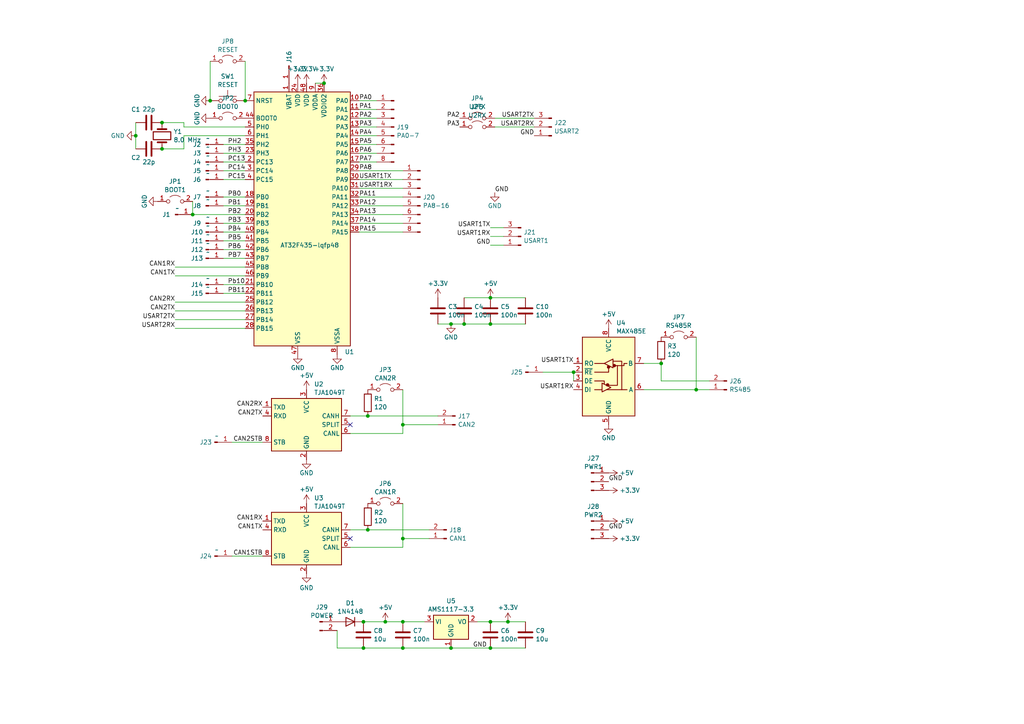
<source format=kicad_sch>
(kicad_sch (version 20230121) (generator eeschema)
  (paper "A4")
  (lib_symbols
    (symbol "Connector:Conn_01x01_Pin" (pin_names (offset 1.016) hide)
      (property "Reference" "J" (at 0 2.54 0))
      (property "Value" "Conn_01x01_Pin" (at 0 -2.54 0))
      (symbol "Conn_01x01_Pin_1_1"
        (polyline (pts (xy 1.27 0) (xy 0.8636 0)) (stroke (width 0.1524)))
        (rectangle (start 0.8636 0.127) (end 0 -0.127) (stroke (width 0.1524)) (fill (type outline)))
        (pin passive line (at 5.08 0 180) (length 3.81) (name "Pin_1") (number "1"))
      )
    )
    (symbol "Connector:Conn_01x02_Pin" (pin_names (offset 1.016) hide)
      (property "Reference" "J" (at 0 2.54 0))
      (property "Value" "Conn_01x02_Pin" (at 0 -5.08 0))
      (symbol "Conn_01x02_Pin_1_1"
        (polyline (pts (xy 1.27 -2.54) (xy 0.8636 -2.54)) (stroke (width 0.1524)))
        (polyline (pts (xy 1.27 0) (xy 0.8636 0)) (stroke (width 0.1524)))
        (rectangle (start 0.8636 -2.413) (end 0 -2.667) (stroke (width 0.1524)) (fill (type outline)))
        (rectangle (start 0.8636 0.127) (end 0 -0.127) (stroke (width 0.1524)) (fill (type outline)))
        (pin passive line (at 5.08 0 180) (length 3.81) (name "Pin_1") (number "1"))
        (pin passive line (at 5.08 -2.54 180) (length 3.81) (name "Pin_2") (number "2"))
      )
    )
    (symbol "Connector:Conn_01x03_Pin" (pin_names (offset 1.016) hide)
      (property "Reference" "J" (at 0 5.08 0))
      (property "Value" "Conn_01x03_Pin" (at 0 -5.08 0))
      (symbol "Conn_01x03_Pin_1_1"
        (polyline (pts (xy 1.27 -2.54) (xy 0.8636 -2.54)) (stroke (width 0.1524)))
        (polyline (pts (xy 1.27 0) (xy 0.8636 0)) (stroke (width 0.1524)))
        (polyline (pts (xy 1.27 2.54) (xy 0.8636 2.54)) (stroke (width 0.1524)))
        (rectangle (start 0.8636 -2.413) (end 0 -2.667) (stroke (width 0.1524)) (fill (type outline)))
        (rectangle (start 0.8636 0.127) (end 0 -0.127) (stroke (width 0.1524)) (fill (type outline)))
        (rectangle (start 0.8636 2.667) (end 0 2.413) (stroke (width 0.1524)) (fill (type outline)))
        (pin passive line (at 5.08 2.54 180) (length 3.81) (name "Pin_1") (number "1"))
        (pin passive line (at 5.08 0 180) (length 3.81) (name "Pin_2") (number "2"))
        (pin passive line (at 5.08 -2.54 180) (length 3.81) (name "Pin_3") (number "3"))
      )
    )
    (symbol "Connector:Conn_01x08_Pin" (pin_names (offset 1.016) hide)
      (property "Reference" "J" (at 0 10.16 0))
      (property "Value" "Conn_01x08_Pin" (at 0 -12.7 0))
      (symbol "Conn_01x08_Pin_1_1"
        (polyline (pts (xy 1.27 -10.16) (xy 0.8636 -10.16)) (stroke (width 0.1524)))
        (polyline (pts (xy 1.27 -7.62) (xy 0.8636 -7.62)) (stroke (width 0.1524)))
        (polyline (pts (xy 1.27 -5.08) (xy 0.8636 -5.08)) (stroke (width 0.1524)))
        (polyline (pts (xy 1.27 -2.54) (xy 0.8636 -2.54)) (stroke (width 0.1524)))
        (polyline (pts (xy 1.27 0) (xy 0.8636 0)) (stroke (width 0.1524)))
        (polyline (pts (xy 1.27 2.54) (xy 0.8636 2.54)) (stroke (width 0.1524)))
        (polyline (pts (xy 1.27 5.08) (xy 0.8636 5.08)) (stroke (width 0.1524)))
        (polyline (pts (xy 1.27 7.62) (xy 0.8636 7.62)) (stroke (width 0.1524)))
        (rectangle (start 0.8636 -10.033) (end 0 -10.287) (stroke (width 0.1524)) (fill (type outline)))
        (rectangle (start 0.8636 -7.493) (end 0 -7.747) (stroke (width 0.1524)) (fill (type outline)))
        (rectangle (start 0.8636 -4.953) (end 0 -5.207) (stroke (width 0.1524)) (fill (type outline)))
        (rectangle (start 0.8636 -2.413) (end 0 -2.667) (stroke (width 0.1524)) (fill (type outline)))
        (rectangle (start 0.8636 0.127) (end 0 -0.127) (stroke (width 0.1524)) (fill (type outline)))
        (rectangle (start 0.8636 2.667) (end 0 2.413) (stroke (width 0.1524)) (fill (type outline)))
        (rectangle (start 0.8636 5.207) (end 0 4.953) (stroke (width 0.1524)) (fill (type outline)))
        (rectangle (start 0.8636 7.747) (end 0 7.493) (stroke (width 0.1524)) (fill (type outline)))
        (pin passive line (at 5.08 7.62 180) (length 3.81) (name "Pin_1") (number "1"))
        (pin passive line (at 5.08 5.08 180) (length 3.81) (name "Pin_2") (number "2"))
        (pin passive line (at 5.08 2.54 180) (length 3.81) (name "Pin_3") (number "3"))
        (pin passive line (at 5.08 0 180) (length 3.81) (name "Pin_4") (number "4"))
        (pin passive line (at 5.08 -2.54 180) (length 3.81) (name "Pin_5") (number "5"))
        (pin passive line (at 5.08 -5.08 180) (length 3.81) (name "Pin_6") (number "6"))
        (pin passive line (at 5.08 -7.62 180) (length 3.81) (name "Pin_7") (number "7"))
        (pin passive line (at 5.08 -10.16 180) (length 3.81) (name "Pin_8") (number "8"))
      )
    )
    (symbol "Device:C" (pin_numbers hide) (pin_names (offset 0.254))
      (property "Reference" "C" (at 0.635 2.54 0))
      (property "Value" "C" (at 0.635 -2.54 0))
      (symbol "C_0_1"
        (polyline (pts (xy -2.032 -0.762) (xy 2.032 -0.762)) (stroke (width 0.508)))
        (polyline (pts (xy -2.032 0.762) (xy 2.032 0.762)) (stroke (width 0.508)))
      )
      (symbol "C_1_1"
        (pin passive line (at 0 3.81 270) (length 2.794) (name "~") (number "1"))
        (pin passive line (at 0 -3.81 90) (length 2.794) (name "~") (number "2"))
      )
    )
    (symbol "Device:Crystal" (pin_numbers hide) (pin_names (offset 1.016) hide)
      (property "Reference" "Y" (at 0 3.81 0))
      (property "Value" "Crystal" (at 0 -3.81 0))
      (symbol "Crystal_0_1"
        (rectangle (start -1.143 2.54) (end 1.143 -2.54) (stroke (width 0.3048)))
        (polyline (pts (xy -2.54 0) (xy -1.905 0)))
        (polyline (pts (xy -1.905 -1.27) (xy -1.905 1.27)) (stroke (width 0.508)))
        (polyline (pts (xy 1.905 -1.27) (xy 1.905 1.27)) (stroke (width 0.508)))
        (polyline (pts (xy 2.54 0) (xy 1.905 0)))
      )
      (symbol "Crystal_1_1"
        (pin passive line (at -3.81 0 0) (length 1.27) (name "1") (number "1"))
        (pin passive line (at 3.81 0 180) (length 1.27) (name "2") (number "2"))
      )
    )
    (symbol "Device:R" (pin_numbers hide) (pin_names (offset 0))
      (property "Reference" "R" (at 2.032 0 90))
      (property "Value" "R" (at 0 0 90))
      (symbol "R_0_1"
        (rectangle (start -1.016 -2.54) (end 1.016 2.54) (stroke (width 0.254)))
      )
      (symbol "R_1_1"
        (pin passive line (at 0 3.81 270) (length 1.27) (name "~") (number "1"))
        (pin passive line (at 0 -3.81 90) (length 1.27) (name "~") (number "2"))
      )
    )
    (symbol "Diode:1N4148" (pin_numbers hide) (pin_names hide)
      (property "Reference" "D" (at 0 2.54 0))
      (property "Value" "1N4148" (at 0 -2.54 0))
      (symbol "1N4148_0_1"
        (polyline (pts (xy -1.27 1.27) (xy -1.27 -1.27)) (stroke (width 0.254)))
        (polyline (pts (xy 1.27 0) (xy -1.27 0)))
        (polyline (pts (xy 1.27 1.27) (xy 1.27 -1.27) (xy -1.27 0) (xy 1.27 1.27)) (stroke (width 0.254)))
      )
      (symbol "1N4148_1_1"
        (pin passive line (at -3.81 0 0) (length 2.54) (name "K") (number "1"))
        (pin passive line (at 3.81 0 180) (length 2.54) (name "A") (number "2"))
      )
    )
    (symbol "Interface_CAN_LIN:TJA1049T"
      (property "Reference" "U" (at -10.16 8.89 0))
      (property "Value" "TJA1049T" (at 1.27 8.89 0))
      (symbol "TJA1049T_0_1"
        (rectangle (start -10.16 7.62) (end 10.16 -7.62) (stroke (width 0.254)) (fill (type background)))
      )
      (symbol "TJA1049T_1_1"
        (pin input line (at -12.7 5.08 0) (length 2.54) (name "TXD") (number "1"))
        (pin power_in line (at 0 -10.16 90) (length 2.54) (name "GND") (number "2"))
        (pin power_in line (at 0 10.16 270) (length 2.54) (name "VCC") (number "3"))
        (pin output line (at -12.7 2.54 0) (length 2.54) (name "RXD") (number "4"))
        (pin power_out line (at 12.7 0 180) (length 2.54) (name "SPLIT") (number "5"))
        (pin bidirectional line (at 12.7 -2.54 180) (length 2.54) (name "CANL") (number "6"))
        (pin bidirectional line (at 12.7 2.54 180) (length 2.54) (name "CANH") (number "7"))
        (pin input line (at -12.7 -5.08 0) (length 2.54) (name "STB") (number "8"))
      )
    )
    (symbol "Interface_UART:MAX485E"
      (property "Reference" "U" (at -6.096 11.43 0))
      (property "Value" "MAX485E" (at 0.762 11.43 0))
      (symbol "MAX485E_0_1"
        (rectangle (start -7.62 10.16) (end 7.62 -12.7) (stroke (width 0.254)) (fill (type background)))
        (circle (center -0.3048 -3.683) (radius 0.3556) (stroke (width 0.254)) (fill (type outline)))
        (circle (center -0.0254 1.4986) (radius 0.3556) (stroke (width 0.254)) (fill (type outline)))
        (polyline (pts (xy -4.064 -5.08) (xy -1.905 -5.08)) (stroke (width 0.254)))
        (polyline (pts (xy -4.064 2.54) (xy -1.27 2.54)) (stroke (width 0.254)))
        (polyline (pts (xy -1.27 -3.2004) (xy -1.27 -3.4544)) (stroke (width 0.254)))
        (polyline (pts (xy -0.635 -5.08) (xy 5.334 -5.08)) (stroke (width 0.254)))
        (polyline (pts (xy -4.064 -2.54) (xy -1.27 -2.54) (xy -1.27 -3.175)) (stroke (width 0.254)))
        (polyline (pts (xy 0 1.27) (xy 0 0) (xy -4.064 0)) (stroke (width 0.254)))
        (polyline (pts (xy 1.27 3.175) (xy 3.81 3.175) (xy 3.81 -5.08)) (stroke (width 0.254)))
        (polyline (pts (xy 2.54 1.905) (xy 2.54 -3.81) (xy 0 -3.81)) (stroke (width 0.254)))
        (polyline (pts (xy -1.905 -3.175) (xy -1.905 -5.715) (xy 0.635 -4.445) (xy -1.905 -3.175)) (stroke (width 0.254)))
        (polyline (pts (xy -1.27 2.54) (xy 1.27 3.81) (xy 1.27 1.27) (xy -1.27 2.54)) (stroke (width 0.254)))
        (polyline (pts (xy 1.905 1.905) (xy 4.445 1.905) (xy 4.445 2.54) (xy 5.334 2.54)) (stroke (width 0.254)))
        (rectangle (start 1.27 3.175) (end 1.27 3.175))
        (circle (center 1.651 1.905) (radius 0.3556) (stroke (width 0.254)) (fill (type outline)))
      )
      (symbol "MAX485E_1_1"
        (pin output line (at -10.16 2.54 0) (length 2.54) (name "RO") (number "1"))
        (pin input line (at -10.16 0 0) (length 2.54) (name "~{RE}") (number "2"))
        (pin input line (at -10.16 -2.54 0) (length 2.54) (name "DE") (number "3"))
        (pin input line (at -10.16 -5.08 0) (length 2.54) (name "DI") (number "4"))
        (pin power_in line (at 0 -15.24 90) (length 2.54) (name "GND") (number "5"))
        (pin bidirectional line (at 10.16 -5.08 180) (length 2.54) (name "A") (number "6"))
        (pin bidirectional line (at 10.16 2.54 180) (length 2.54) (name "B") (number "7"))
        (pin power_in line (at 0 12.7 270) (length 2.54) (name "VCC") (number "8"))
      )
    )
    (symbol "Jumper:Jumper_2_Open" (pin_names (offset 0) hide)
      (property "Reference" "JP" (at 0 2.794 0))
      (property "Value" "Jumper_2_Open" (at 0 -2.286 0))
      (symbol "Jumper_2_Open_0_0"
        (circle (center -2.032 0) (radius 0.508))
        (circle (center 2.032 0) (radius 0.508))
      )
      (symbol "Jumper_2_Open_0_1"
        (arc (start 1.524 1.27) (mid 0 1.778) (end -1.524 1.27))
      )
      (symbol "Jumper_2_Open_1_1"
        (pin passive line (at -5.08 0 0) (length 2.54) (name "A") (number "1"))
        (pin passive line (at 5.08 0 180) (length 2.54) (name "B") (number "2"))
      )
    )
    (symbol "Regulator_Linear:AMS1117-3.3"
      (property "Reference" "U" (at -3.81 3.175 0))
      (property "Value" "AMS1117-3.3" (at 0 3.175 0))
      (symbol "AMS1117-3.3_0_1"
        (rectangle (start -5.08 -5.08) (end 5.08 1.905) (stroke (width 0.254)) (fill (type background)))
      )
      (symbol "AMS1117-3.3_1_1"
        (pin power_in line (at 0 -7.62 90) (length 2.54) (name "GND") (number "1"))
        (pin power_out line (at 7.62 0 180) (length 2.54) (name "VO") (number "2"))
        (pin power_in line (at -7.62 0 0) (length 2.54) (name "VI") (number "3"))
      )
    )
    (symbol "Switch:SW_Push" (pin_numbers hide) (pin_names (offset 1.016) hide)
      (property "Reference" "SW" (at 1.27 2.54 0))
      (property "Value" "SW_Push" (at 0 -1.524 0))
      (symbol "SW_Push_0_1"
        (circle (center -2.032 0) (radius 0.508))
        (polyline (pts (xy 0 1.27) (xy 0 3.048)))
        (polyline (pts (xy 2.54 1.27) (xy -2.54 1.27)))
        (circle (center 2.032 0) (radius 0.508))
        (pin passive line (at -5.08 0 0) (length 2.54) (name "1") (number "1"))
        (pin passive line (at 5.08 0 180) (length 2.54) (name "2") (number "2"))
      )
    )
    (symbol "artery:AT32F435Cx-lqfp48"
      (property "Reference" "U1" (at 4.7341 -37.2801 0))
      (property "Value" "STM32F072C8Tx" (at 4.7341 -39.7043 0))
      (symbol "AT32F435Cx-lqfp48_0_1"
        (rectangle (start -12.7 38.1) (end 15.24 -35.56) (stroke (width 0.254)) (fill (type background)))
      )
      (symbol "AT32F435Cx-lqfp48_1_1"
        (pin power_in line (at -2.54 40.64 270) (length 2.54) (name "VBAT") (number "1"))
        (pin bidirectional line (at 17.78 35.56 180) (length 2.54) (name "PA0") (number "10"))
        (pin bidirectional line (at 17.78 33.02 180) (length 2.54) (name "PA1") (number "11"))
        (pin bidirectional line (at 17.78 30.48 180) (length 2.54) (name "PA2") (number "12"))
        (pin bidirectional line (at 17.78 27.94 180) (length 2.54) (name "PA3") (number "13"))
        (pin bidirectional line (at 17.78 25.4 180) (length 2.54) (name "PA4") (number "14"))
        (pin bidirectional line (at 17.78 22.86 180) (length 2.54) (name "PA5") (number "15"))
        (pin bidirectional line (at 17.78 20.32 180) (length 2.54) (name "PA6") (number "16"))
        (pin bidirectional line (at 17.78 17.78 180) (length 2.54) (name "PA7") (number "17"))
        (pin bidirectional line (at -15.24 7.62 0) (length 2.54) (name "PB0") (number "18"))
        (pin bidirectional line (at -15.24 5.08 0) (length 2.54) (name "PB1") (number "19"))
        (pin bidirectional line (at -15.24 17.78 0) (length 2.54) (name "PC13") (number "2"))
        (pin bidirectional line (at -15.24 2.54 0) (length 2.54) (name "PB2") (number "20"))
        (pin bidirectional line (at -15.24 -17.78 0) (length 2.54) (name "PB10") (number "21"))
        (pin bidirectional line (at -15.24 -20.32 0) (length 2.54) (name "PB11") (number "22"))
        (pin bidirectional line (at -15.24 20.32 0) (length 2.54) (name "PH3") (number "23"))
        (pin power_in line (at 0 40.64 270) (length 2.54) (name "VDD") (number "24"))
        (pin bidirectional line (at -15.24 -22.86 0) (length 2.54) (name "PB12") (number "25"))
        (pin bidirectional line (at -15.24 -25.4 0) (length 2.54) (name "PB13") (number "26"))
        (pin bidirectional line (at -15.24 -27.94 0) (length 2.54) (name "PB14") (number "27"))
        (pin bidirectional line (at -15.24 -30.48 0) (length 2.54) (name "PB15") (number "28"))
        (pin bidirectional line (at 17.78 15.24 180) (length 2.54) (name "PA8") (number "29"))
        (pin bidirectional line (at -15.24 15.24 0) (length 2.54) (name "PC14") (number "3"))
        (pin bidirectional line (at 17.78 12.7 180) (length 2.54) (name "PA9") (number "30"))
        (pin bidirectional line (at 17.78 10.16 180) (length 2.54) (name "PA10") (number "31"))
        (pin bidirectional line (at 17.78 7.62 180) (length 2.54) (name "PA11") (number "32"))
        (pin bidirectional line (at 17.78 5.08 180) (length 2.54) (name "PA12") (number "33"))
        (pin bidirectional line (at 17.78 2.54 180) (length 2.54) (name "PA13") (number "34"))
        (pin bidirectional line (at -15.24 22.86 0) (length 2.54) (name "PH2") (number "35"))
        (pin power_in line (at 7.62 40.64 270) (length 2.54) (name "VDDIO2") (number "36"))
        (pin bidirectional line (at 17.78 0 180) (length 2.54) (name "PA14") (number "37"))
        (pin bidirectional line (at 17.78 -2.54 180) (length 2.54) (name "PA15") (number "38"))
        (pin bidirectional line (at -15.24 0 0) (length 2.54) (name "PB3") (number "39"))
        (pin bidirectional line (at -15.24 12.7 0) (length 2.54) (name "PC15") (number "4"))
        (pin bidirectional line (at -15.24 -2.54 0) (length 2.54) (name "PB4") (number "40"))
        (pin bidirectional line (at -15.24 -5.08 0) (length 2.54) (name "PB5") (number "41"))
        (pin bidirectional line (at -15.24 -7.62 0) (length 2.54) (name "PB6") (number "42"))
        (pin bidirectional line (at -15.24 -10.16 0) (length 2.54) (name "PB7") (number "43"))
        (pin input line (at -15.24 30.48 0) (length 2.54) (name "BOOT0") (number "44"))
        (pin bidirectional line (at -15.24 -12.7 0) (length 2.54) (name "PB8") (number "45"))
        (pin bidirectional line (at -15.24 -15.24 0) (length 2.54) (name "PB9") (number "46"))
        (pin passive line (at 0 -38.1 90) (length 2.54) (name "VSS") (number "47"))
        (pin power_in line (at 2.54 40.64 270) (length 2.54) (name "VDD") (number "48"))
        (pin bidirectional line (at -15.24 27.94 0) (length 2.54) (name "PH0") (number "5"))
        (pin bidirectional line (at -15.24 25.4 0) (length 2.54) (name "PH1") (number "6"))
        (pin input line (at -15.24 35.56 0) (length 2.54) (name "NRST") (number "7"))
        (pin power_in line (at 11.43 -38.1 90) (length 2.54) (name "VSSA") (number "8"))
        (pin power_in line (at 5.08 40.64 270) (length 2.54) (name "VDDA") (number "9"))
      )
    )
    (symbol "power:+3.3V" (power) (pin_names (offset 0))
      (property "Value" "+3.3V" (at 0 3.556 0))
      (symbol "+3.3V_0_1"
        (polyline (pts (xy -0.762 1.27) (xy 0 2.54)))
        (polyline (pts (xy 0 0) (xy 0 2.54)))
        (polyline (pts (xy 0 2.54) (xy 0.762 1.27)))
      )
      (symbol "+3.3V_1_1"
        (pin power_in line (at 0 0 90) (length 0) hide (name "+3.3V") (number "1"))
      )
    )
    (symbol "power:+5V" (power) (pin_names (offset 0))
      (property "Value" "+5V" (at 0 3.556 0))
      (symbol "+5V_0_1"
        (polyline (pts (xy -0.762 1.27) (xy 0 2.54)))
        (polyline (pts (xy 0 0) (xy 0 2.54)))
        (polyline (pts (xy 0 2.54) (xy 0.762 1.27)))
      )
      (symbol "+5V_1_1"
        (pin power_in line (at 0 0 90) (length 0) hide (name "+5V") (number "1"))
      )
    )
    (symbol "power:GND" (power) (pin_names (offset 0))
      (property "Value" "GND" (at 0 -3.81 0))
      (symbol "GND_0_1"
        (polyline (pts (xy 0 0) (xy 0 -1.27) (xy 1.27 -1.27) (xy 0 -2.54) (xy -1.27 -1.27) (xy 0 -1.27)))
      )
      (symbol "GND_1_1"
        (pin power_in line (at 0 0 270) (length 0) hide (name "GND") (number "1"))
      )
    )
  )
  (junction (at 39.37 39.37))
  (junction (at 116.84 156.21))
  (junction (at 191.77 105.41))
  (junction (at 147.32 180.34))
  (junction (at 55.88 62.23))
  (junction (at 46.99 43.18))
  (junction (at 116.84 187.96))
  (junction (at 116.84 180.34))
  (junction (at 105.41 180.34))
  (junction (at 46.99 35.56))
  (junction (at 130.81 93.98))
  (junction (at 166.37 107.95))
  (junction (at 142.24 187.96))
  (junction (at 106.68 120.65))
  (junction (at 106.68 153.67))
  (junction (at 134.62 93.98))
  (junction (at 60.96 29.21))
  (junction (at 201.93 113.03))
  (junction (at 93.98 24.13))
  (junction (at 142.24 86.36))
  (junction (at 71.12 29.21))
  (junction (at 105.41 187.96))
  (junction (at 116.84 123.19))
  (junction (at 142.24 180.34))
  (junction (at 130.81 187.96))
  (junction (at 111.76 180.34))
  (junction (at 142.24 93.98))
  (no_connect (at 101.6 156.21))
  (no_connect (at 101.6 123.19))
  (wire (pts (xy 71.12 17.78) (xy 71.12 29.21)))
  (wire (pts (xy 64.77 49.53) (xy 71.12 49.53)))
  (wire (pts (xy 50.8 95.25) (xy 71.12 95.25)))
  (wire (pts (xy 157.48 107.95) (xy 166.37 107.95)))
  (wire (pts (xy 50.8 90.17) (xy 71.12 90.17)))
  (wire (pts (xy 186.69 113.03) (xy 201.93 113.03)))
  (wire (pts (xy 46.99 43.18) (xy 53.34 43.18)))
  (wire (pts (xy 166.37 107.95) (xy 166.37 110.49)))
  (wire (pts (xy 101.6 120.65) (xy 106.68 120.65)))
  (wire (pts (xy 64.77 69.85) (xy 71.12 69.85)))
  (wire (pts (xy 142.24 68.58) (xy 146.05 68.58)))
  (wire (pts (xy 116.84 123.19) (xy 127 123.19)))
  (wire (pts (xy 116.84 187.96) (xy 130.81 187.96)))
  (wire (pts (xy 142.24 66.04) (xy 146.05 66.04)))
  (wire (pts (xy 97.79 187.96) (xy 105.41 187.96)))
  (wire (pts (xy 105.41 187.96) (xy 116.84 187.96)))
  (wire (pts (xy 64.77 85.09) (xy 71.12 85.09)))
  (wire (pts (xy 50.8 92.71) (xy 71.12 92.71)))
  (wire (pts (xy 64.77 74.93) (xy 71.12 74.93)))
  (wire (pts (xy 50.8 80.01) (xy 71.12 80.01)))
  (wire (pts (xy 191.77 105.41) (xy 191.77 110.49)))
  (wire (pts (xy 104.14 46.99) (xy 109.22 46.99)))
  (wire (pts (xy 104.14 62.23) (xy 116.84 62.23)))
  (wire (pts (xy 201.93 97.79) (xy 201.93 113.03)))
  (wire (pts (xy 142.24 86.36) (xy 152.4 86.36)))
  (wire (pts (xy 101.6 153.67) (xy 106.68 153.67)))
  (wire (pts (xy 104.14 57.15) (xy 116.84 57.15)))
  (wire (pts (xy 116.84 123.19) (xy 116.84 125.73)))
  (wire (pts (xy 55.88 62.23) (xy 71.12 62.23)))
  (wire (pts (xy 143.51 36.83) (xy 154.94 36.83)))
  (wire (pts (xy 53.34 36.83) (xy 53.34 35.56)))
  (wire (pts (xy 104.14 29.21) (xy 109.22 29.21)))
  (wire (pts (xy 64.77 44.45) (xy 71.12 44.45)))
  (wire (pts (xy 50.8 87.63) (xy 71.12 87.63)))
  (wire (pts (xy 142.24 180.34) (xy 147.32 180.34)))
  (wire (pts (xy 67.31 161.29) (xy 76.2 161.29)))
  (wire (pts (xy 134.62 86.36) (xy 142.24 86.36)))
  (wire (pts (xy 116.84 158.75) (xy 101.6 158.75)))
  (wire (pts (xy 106.68 120.65) (xy 127 120.65)))
  (wire (pts (xy 106.68 153.67) (xy 124.46 153.67)))
  (wire (pts (xy 111.76 180.34) (xy 116.84 180.34)))
  (wire (pts (xy 53.34 39.37) (xy 71.12 39.37)))
  (wire (pts (xy 142.24 71.12) (xy 146.05 71.12)))
  (wire (pts (xy 104.14 52.07) (xy 116.84 52.07)))
  (wire (pts (xy 104.14 36.83) (xy 109.22 36.83)))
  (wire (pts (xy 104.14 31.75) (xy 109.22 31.75)))
  (wire (pts (xy 64.77 46.99) (xy 71.12 46.99)))
  (wire (pts (xy 53.34 39.37) (xy 53.34 43.18)))
  (wire (pts (xy 130.81 93.98) (xy 134.62 93.98)))
  (wire (pts (xy 104.14 41.91) (xy 109.22 41.91)))
  (wire (pts (xy 67.31 128.27) (xy 76.2 128.27)))
  (wire (pts (xy 105.41 180.34) (xy 111.76 180.34)))
  (wire (pts (xy 104.14 44.45) (xy 109.22 44.45)))
  (wire (pts (xy 130.81 187.96) (xy 142.24 187.96)))
  (wire (pts (xy 91.44 24.13) (xy 93.98 24.13)))
  (wire (pts (xy 147.32 180.34) (xy 152.4 180.34)))
  (wire (pts (xy 116.84 146.05) (xy 116.84 156.21)))
  (wire (pts (xy 64.77 52.07) (xy 71.12 52.07)))
  (wire (pts (xy 116.84 156.21) (xy 124.46 156.21)))
  (wire (pts (xy 50.8 77.47) (xy 71.12 77.47)))
  (wire (pts (xy 104.14 54.61) (xy 116.84 54.61)))
  (wire (pts (xy 142.24 93.98) (xy 152.4 93.98)))
  (wire (pts (xy 101.6 125.73) (xy 116.84 125.73)))
  (wire (pts (xy 46.99 35.56) (xy 53.34 35.56)))
  (wire (pts (xy 142.24 187.96) (xy 152.4 187.96)))
  (wire (pts (xy 186.69 105.41) (xy 191.77 105.41)))
  (wire (pts (xy 104.14 67.31) (xy 116.84 67.31)))
  (wire (pts (xy 64.77 64.77) (xy 71.12 64.77)))
  (wire (pts (xy 39.37 35.56) (xy 39.37 39.37)))
  (wire (pts (xy 143.51 34.29) (xy 154.94 34.29)))
  (wire (pts (xy 60.96 17.78) (xy 60.96 29.21)))
  (wire (pts (xy 97.79 182.88) (xy 97.79 187.96)))
  (wire (pts (xy 134.62 93.98) (xy 142.24 93.98)))
  (wire (pts (xy 116.84 113.03) (xy 116.84 123.19)))
  (wire (pts (xy 191.77 110.49) (xy 205.74 110.49)))
  (wire (pts (xy 71.12 36.83) (xy 53.34 36.83)))
  (wire (pts (xy 64.77 67.31) (xy 71.12 67.31)))
  (wire (pts (xy 104.14 59.69) (xy 116.84 59.69)))
  (wire (pts (xy 64.77 59.69) (xy 71.12 59.69)))
  (wire (pts (xy 104.14 39.37) (xy 109.22 39.37)))
  (wire (pts (xy 104.14 49.53) (xy 116.84 49.53)))
  (wire (pts (xy 127 93.98) (xy 130.81 93.98)))
  (wire (pts (xy 138.43 180.34) (xy 142.24 180.34)))
  (wire (pts (xy 64.77 57.15) (xy 71.12 57.15)))
  (wire (pts (xy 104.14 64.77) (xy 116.84 64.77)))
  (wire (pts (xy 104.14 34.29) (xy 109.22 34.29)))
  (wire (pts (xy 64.77 41.91) (xy 71.12 41.91)))
  (wire (pts (xy 201.93 113.03) (xy 205.74 113.03)))
  (wire (pts (xy 64.77 72.39) (xy 71.12 72.39)))
  (wire (pts (xy 55.88 58.42) (xy 55.88 62.23)))
  (wire (pts (xy 39.37 39.37) (xy 39.37 43.18)))
  (wire (pts (xy 116.84 156.21) (xy 116.84 158.75)))
  (wire (pts (xy 116.84 180.34) (xy 123.19 180.34)))
  (wire (pts (xy 64.77 82.55) (xy 71.12 82.55)))
  (label "PA6" (at 104.14 44.45 0))
  (label "USART2RX" (at 50.8 95.25 180))
  (label "PC15" (at 66.04 52.07 0))
  (label "PA7" (at 104.14 46.99 0))
  (label "USART2TX" (at 154.94 34.29 180))
  (label "CAN2TX" (at 50.8 90.17 180))
  (label "PB7" (at 66.04 74.93 0))
  (label "PB3" (at 66.04 64.77 0))
  (label "PA5" (at 104.14 41.91 0))
  (label "PA2" (at 104.14 34.29 0))
  (label "PB11" (at 66.04 85.09 0))
  (label "USART1TX" (at 166.37 105.41 180))
  (label "CAN2RX" (at 50.8 87.63 180))
  (label "PB6" (at 66.04 72.39 0))
  (label "PA12" (at 104.14 59.69 0))
  (label "CAN1TX" (at 76.2 153.67 180))
  (label "USART1RX" (at 142.24 68.58 180))
  (label "PA13" (at 104.14 62.23 0))
  (label "GND" (at 142.24 71.12 180))
  (label "PB2" (at 66.04 62.23 0))
  (label "GND" (at 143.51 55.88 0))
  (label "PA3" (at 104.14 36.83 0))
  (label "CAN2STB" (at 76.2 128.27 180))
  (label "PB4" (at 66.04 67.31 0))
  (label "PA14" (at 104.14 64.77 0))
  (label "USART2TX" (at 50.8 92.71 180))
  (label "PC13" (at 66.04 46.99 0))
  (label "GND" (at 176.53 153.67 0))
  (label "PA2" (at 133.35 34.29 180))
  (label "Pb10" (at 66.04 82.55 0))
  (label "CAN1STB" (at 76.2 161.29 180))
  (label "PH2" (at 66.04 41.91 0))
  (label "CAN1TX" (at 50.8 80.01 180))
  (label "GND" (at 137.16 187.96 0))
  (label "CAN1RX" (at 50.8 77.47 180))
  (label "USART1RX" (at 166.37 113.03 180))
  (label "USART1TX" (at 104.14 52.07 0))
  (label "USART1RX" (at 104.14 54.61 0))
  (label "CAN2TX" (at 76.2 120.65 180))
  (label "PA11" (at 104.14 57.15 0))
  (label "USART2RX" (at 154.94 36.83 180))
  (label "CAN2RX" (at 76.2 118.11 180))
  (label "CAN1RX" (at 76.2 151.13 180))
  (label "GND" (at 176.53 139.7 0))
  (label "PA0" (at 104.14 29.21 0))
  (label "PB1" (at 66.04 59.69 0))
  (label "GND" (at 154.94 39.37 180))
  (label "USART1TX" (at 142.24 66.04 180))
  (label "PH3" (at 66.04 44.45 0))
  (label "PA8" (at 104.14 49.53 0))
  (label "PA3" (at 133.35 36.83 180))
  (label "PC14" (at 66.04 49.53 0))
  (label "PA1" (at 104.14 31.75 0))
  (label "PB0" (at 66.04 57.15 0))
  (label "PA4" (at 104.14 39.37 0))
  (label "PA15" (at 104.14 67.31 0))
  (label "PB5" (at 66.04 69.85 0))
  (symbol (lib_id "power:GND") (at 39.37 39.37 270) (unit 1)
    (property "Reference" "#PWR01" (effects hide))
    (property "Value" "GND" (at 36.1951 39.37 90) (effects (justify right)))
  )
  (symbol (lib_id "Device:C") (at 43.18 43.18 90) (unit 1)
    (property "Reference" "C2" (at 39.37 45.72 90))
    (property "Value" "22p" (at 43.18 46.99 90))
    (property "Footprint" "Capacitor_SMD:C_0805_2012Metric" (effects hide))
  )
  (symbol (lib_id "Connector:Conn_01x08_Pin") (at 121.92 57.15 0) (mirror y) (unit 1)
    (property "Reference" "J20" (at 122.6312 57.2079 0) (effects (justify right)))
    (property "Value" "PA8-16" (at 122.6312 59.6321 0) (effects (justify right)))
    (property "Footprint" "Connector_PinHeader_2.54mm:PinHeader_1x08_P2.54mm_Vertical" (effects hide))
  )
  (symbol (lib_id "Connector:Conn_01x01_Pin") (at 59.69 69.85 0) (unit 1)
    (property "Reference" "J11" (at 57.15 69.85 0))
    (property "Value" "~" (at 60.325 68.0537 0))
    (property "Footprint" "Connector_PinHeader_2.54mm:PinHeader_1x01_P2.54mm_Vertical" (effects hide))
  )
  (symbol (lib_id "Connector:Conn_01x01_Pin") (at 59.69 59.69 0) (unit 1)
    (property "Reference" "J8" (at 57.15 59.69 0))
    (property "Value" "~" (at 60.325 57.8937 0))
    (property "Footprint" "Connector_PinHeader_2.54mm:PinHeader_1x01_P2.54mm_Vertical" (effects hide))
  )
  (symbol (lib_id "power:GND") (at 45.72 58.42 270) (unit 1)
    (property "Reference" "#PWR02" (effects hide))
    (property "Value" "GND" (at 41.91 58.42 0))
  )
  (symbol (lib_id "Jumper:Jumper_2_Open") (at 66.04 17.78 0) (unit 1)
    (property "Reference" "JP8" (at 66.04 11.9847 0))
    (property "Value" "RESET" (at 66.04 14.4089 0))
    (property "Footprint" "Connector_PinHeader_2.54mm:PinHeader_1x02_P2.54mm_Vertical" (effects hide))
  )
  (symbol (lib_id "Connector:Conn_01x01_Pin") (at 50.8 62.23 0) (unit 1)
    (property "Reference" "J1" (at 48.26 62.23 0))
    (property "Value" "~" (at 51.435 60.4337 0))
    (property "Footprint" "Connector_PinHeader_2.54mm:PinHeader_1x01_P2.54mm_Vertical" (effects hide))
  )
  (symbol (lib_id "Jumper:Jumper_2_Open") (at 50.8 58.42 0) (unit 1)
    (property "Reference" "JP1" (at 50.8 52.6247 0))
    (property "Value" "BOOT1" (at 50.8 55.0489 0))
    (property "Footprint" "Connector_PinHeader_2.54mm:PinHeader_1x02_P2.54mm_Vertical" (effects hide))
  )
  (symbol (lib_id "Diode:1N4148") (at 101.6 180.34 180) (unit 1)
    (property "Reference" "D1" (at 101.6 174.9257 0))
    (property "Value" "1N4148" (at 101.6 177.3499 0))
    (property "Footprint" "Diode_THT:D_DO-35_SOD27_P3.81mm_Vertical_KathodeUp" (effects hide))
    (property "Datasheet" "https://assets.nexperia.com/documents/data-sheet/1N4148_1N4448.pdf" (effects hide))
    (property "Sim.Device" "D" (effects hide))
    (property "Sim.Pins" "1=K 2=A" (effects hide))
  )
  (symbol (lib_id "power:+3.3V") (at 127 86.36 0) (unit 1)
    (property "Reference" "#PWR015" (effects hide))
    (property "Value" "+3.3V" (at 127 82.2269 0))
  )
  (symbol (lib_id "Device:C") (at 116.84 184.15 0) (unit 1)
    (property "Reference" "C7" (at 119.761 182.9379 0) (effects (justify left)))
    (property "Value" "100n" (at 119.761 185.3621 0) (effects (justify left)))
    (property "Footprint" "Capacitor_SMD:C_0805_2012Metric" (effects hide))
  )
  (symbol (lib_id "Device:Crystal") (at 46.99 39.37 90) (unit 1)
    (property "Reference" "Y1" (at 50.3174 38.1579 90) (effects (justify right)))
    (property "Value" "8.0 MHz" (at 50.3174 40.5821 90) (effects (justify right)))
    (property "Footprint" "Crystal:Crystal_HC49-4H_Vertical" (effects hide))
  )
  (symbol (lib_id "power:GND") (at 88.9 166.37 0) (unit 1)
    (property "Reference" "#PWR011" (effects hide))
    (property "Value" "GND" (at 88.9 170.5031 0))
  )
  (symbol (lib_id "Connector:Conn_01x01_Pin") (at 59.69 57.15 0) (unit 1)
    (property "Reference" "J7" (at 57.15 57.15 0))
    (property "Value" "~" (at 60.325 55.3537 0))
    (property "Footprint" "Connector_PinHeader_2.54mm:PinHeader_1x01_P2.54mm_Vertical" (effects hide))
  )
  (symbol (lib_id "power:+5V") (at 88.9 146.05 0) (unit 1)
    (property "Reference" "#PWR010" (effects hide))
    (property "Value" "+5V" (at 88.9 141.9169 0))
  )
  (symbol (lib_id "Connector:Conn_01x01_Pin") (at 59.69 64.77 0) (unit 1)
    (property "Reference" "J9" (at 57.15 64.77 0))
    (property "Value" "~" (at 60.325 62.9737 0))
    (property "Footprint" "Connector_PinHeader_2.54mm:PinHeader_1x01_P2.54mm_Vertical" (effects hide))
  )
  (symbol (lib_id "Device:C") (at 152.4 184.15 0) (unit 1)
    (property "Reference" "C9" (at 155.321 182.9379 0) (effects (justify left)))
    (property "Value" "10u" (at 155.321 185.3621 0) (effects (justify left)))
    (property "Footprint" "Capacitor_SMD:C_0805_2012Metric" (effects hide))
  )
  (symbol (lib_id "Device:C") (at 134.62 90.17 0) (unit 1)
    (property "Reference" "C4" (at 137.541 88.9579 0) (effects (justify left)))
    (property "Value" "100n" (at 137.541 91.3821 0) (effects (justify left)))
    (property "Footprint" "Capacitor_SMD:C_0805_2012Metric" (effects hide))
  )
  (symbol (lib_id "Connector:Conn_01x01_Pin") (at 62.23 128.27 0) (unit 1)
    (property "Reference" "J23" (at 59.69 128.27 0))
    (property "Value" "~" (at 62.865 126.4737 0))
    (property "Footprint" "Connector_PinHeader_2.54mm:PinHeader_1x01_P2.54mm_Vertical" (effects hide))
  )
  (symbol (lib_id "power:+3.3V") (at 93.98 24.13 0) (unit 1)
    (property "Reference" "#PWR013" (effects hide))
    (property "Value" "+3.3V" (at 93.98 19.9969 0))
  )
  (symbol (lib_id "Device:C") (at 105.41 184.15 0) (unit 1)
    (property "Reference" "C8" (at 108.331 182.9379 0) (effects (justify left)))
    (property "Value" "10u" (at 108.331 185.3621 0) (effects (justify left)))
    (property "Footprint" "Capacitor_SMD:C_0805_2012Metric" (effects hide))
  )
  (symbol (lib_id "Device:R") (at 106.68 116.84 0) (unit 1)
    (property "Reference" "R1" (at 108.458 115.6279 0) (effects (justify left)))
    (property "Value" "120" (at 108.458 118.0521 0) (effects (justify left)))
    (property "Footprint" "Resistor_SMD:R_0805_2012Metric" (effects hide))
  )
  (symbol (lib_id "power:+3.3V") (at 86.36 24.13 0) (unit 1)
    (property "Reference" "#PWR05" (effects hide))
    (property "Value" "+3.3V" (at 86.36 19.9969 0))
  )
  (symbol (lib_id "power:GND") (at 60.96 29.21 270) (unit 1)
    (property "Reference" "#PWR03" (effects hide))
    (property "Value" "GND" (at 57.15 29.21 0))
  )
  (symbol (lib_id "Interface_UART:MAX485E") (at 176.53 107.95 0) (unit 1)
    (property "Reference" "U4" (at 178.7241 93.6457 0) (effects (justify left)))
    (property "Value" "MAX485E" (at 178.7241 96.0699 0) (effects (justify left)))
    (property "Footprint" "Package_SO:SOIC-8_3.9x4.9mm_P1.27mm" (effects hide))
    (property "Datasheet" "https://datasheets.maximintegrated.com/en/ds/MAX1487E-MAX491E.pdf" (effects hide))
  )
  (symbol (lib_id "power:+5V") (at 111.76 180.34 0) (unit 1)
    (property "Reference" "#PWR024" (effects hide))
    (property "Value" "+5V" (at 111.76 176.2069 0))
  )
  (symbol (lib_id "Connector:Conn_01x01_Pin") (at 59.69 44.45 0) (unit 1)
    (property "Reference" "J3" (at 57.15 44.45 0))
    (property "Value" "~" (at 60.325 42.6537 0))
    (property "Footprint" "Connector_PinHeader_2.54mm:PinHeader_1x01_P2.54mm_Vertical" (effects hide))
  )
  (symbol (lib_id "Connector:Conn_01x01_Pin") (at 59.69 52.07 0) (unit 1)
    (property "Reference" "J6" (at 57.15 52.07 0))
    (property "Value" "~" (at 60.325 50.2737 0))
    (property "Footprint" "Connector_PinHeader_2.54mm:PinHeader_1x01_P2.54mm_Vertical" (effects hide))
  )
  (symbol (lib_id "power:+3.3V") (at 147.32 180.34 0) (unit 1)
    (property "Reference" "#PWR08" (effects hide))
    (property "Value" "+3.3V" (at 147.32 176.2069 0))
  )
  (symbol (lib_id "Jumper:Jumper_2_Open") (at 138.43 34.29 0) (unit 1)
    (property "Reference" "JP4" (at 138.43 28.4947 0))
    (property "Value" "U2TX" (at 138.43 30.9189 0))
    (property "Footprint" "Connector_PinHeader_2.54mm:PinHeader_1x02_P2.54mm_Vertical" (effects hide))
  )
  (symbol (lib_id "Connector:Conn_01x01_Pin") (at 59.69 49.53 0) (unit 1)
    (property "Reference" "J5" (at 57.15 49.53 0))
    (property "Value" "~" (at 60.325 47.7337 0))
    (property "Footprint" "Connector_PinHeader_2.54mm:PinHeader_1x01_P2.54mm_Vertical" (effects hide))
  )
  (symbol (lib_id "power:+5V") (at 88.9 113.03 0) (unit 1)
    (property "Reference" "#PWR023" (effects hide))
    (property "Value" "+5V" (at 88.9 108.8969 0))
  )
  (symbol (lib_id "power:+5V") (at 142.24 86.36 0) (unit 1)
    (property "Reference" "#PWR017" (effects hide))
    (property "Value" "+5V" (at 142.24 82.2269 0))
  )
  (symbol (lib_id "artery:AT32F435Cx-lqfp48") (at 86.36 64.77 0) (unit 1)
    (property "Reference" "U1" (at 99.9841 102.0501 0) (effects (justify left)))
    (property "Value" "AT32F435-lqfp48" (at 81.28 71.12 0) (effects (justify left)))
    (property "Footprint" "Package_QFP:LQFP-48_7x7mm_P0.5mm" (effects hide))
    (property "Datasheet" "https://www.promelec.ru/fs/sources/c1/98/c9/b6/ab6b645c0764d4111a166818.pdf" (effects hide))
    (property "Sim.Enable" "0" (effects hide))
  )
  (symbol (lib_id "power:+3.3V") (at 88.9 24.13 0) (unit 1)
    (property "Reference" "#PWR07" (effects hide))
    (property "Value" "+3.3V" (at 88.9 19.9969 0))
  )
  (symbol (lib_id "Device:C") (at 152.4 90.17 0) (unit 1)
    (property "Reference" "C10" (at 155.321 88.9579 0) (effects (justify left)))
    (property "Value" "100n" (at 155.321 91.3821 0) (effects (justify left)))
    (property "Footprint" "Capacitor_SMD:C_0805_2012Metric" (effects hide))
  )
  (symbol (lib_id "Connector:Conn_01x01_Pin") (at 83.82 19.05 270) (unit 1)
    (property "Reference" "J16" (at 83.82 16.51 0))
    (property "Value" "~" (at 85.6163 19.685 0))
    (property "Footprint" "Connector_PinHeader_2.54mm:PinHeader_1x01_P2.54mm_Vertical" (effects hide))
  )
  (symbol (lib_id "Connector:Conn_01x02_Pin") (at 210.82 113.03 180) (unit 1)
    (property "Reference" "J26" (at 211.5312 110.5479 0) (effects (justify right)))
    (property "Value" "RS485" (at 211.5312 112.9721 0) (effects (justify right)))
    (property "Footprint" "Connector_PinHeader_2.54mm:PinHeader_1x02_P2.54mm_Vertical" (effects hide))
  )
  (symbol (lib_id "Device:C") (at 142.24 90.17 0) (unit 1)
    (property "Reference" "C5" (at 145.161 88.9579 0) (effects (justify left)))
    (property "Value" "100n" (at 145.161 91.3821 0) (effects (justify left)))
    (property "Footprint" "Capacitor_SMD:C_0805_2012Metric" (effects hide))
  )
  (symbol (lib_id "Connector:Conn_01x02_Pin") (at 92.71 180.34 0) (unit 1)
    (property "Reference" "J29" (at 93.345 176.1195 0))
    (property "Value" "POWER" (at 93.345 178.5437 0))
    (property "Footprint" "Connector_PinHeader_2.54mm:PinHeader_1x02_P2.54mm_Vertical" (effects hide))
  )
  (symbol (lib_id "Interface_CAN_LIN:TJA1049T") (at 88.9 123.19 0) (unit 1)
    (property "Reference" "U2" (at 91.0941 111.4257 0) (effects (justify left)))
    (property "Value" "TJA1049T" (at 91.0941 113.8499 0) (effects (justify left)))
    (property "Footprint" "Package_SO:SOIC-8_3.9x4.9mm_P1.27mm" (effects hide))
    (property "Datasheet" "http://www.nxp.com/docs/en/data-sheet/TJA1049.pdf" (effects hide))
  )
  (symbol (lib_id "Device:R") (at 106.68 149.86 0) (unit 1)
    (property "Reference" "R2" (at 108.458 148.6479 0) (effects (justify left)))
    (property "Value" "120" (at 108.458 151.0721 0) (effects (justify left)))
    (property "Footprint" "Resistor_SMD:R_0805_2012Metric" (effects hide))
  )
  (symbol (lib_id "power:GND") (at 143.51 55.88 0) (unit 1)
    (property "Reference" "#PWR018" (effects hide))
    (property "Value" "GND" (at 143.51 59.69 0))
  )
  (symbol (lib_id "Connector:Conn_01x01_Pin") (at 62.23 161.29 0) (unit 1)
    (property "Reference" "J24" (at 59.69 161.29 0))
    (property "Value" "~" (at 62.865 159.4937 0))
    (property "Footprint" "Connector_PinHeader_2.54mm:PinHeader_1x01_P2.54mm_Vertical" (effects hide))
  )
  (symbol (lib_id "power:GND") (at 60.96 34.29 270) (unit 1)
    (property "Reference" "#PWR04" (effects hide))
    (property "Value" "GND" (at 57.15 34.29 0))
  )
  (symbol (lib_id "Device:C") (at 142.24 184.15 0) (unit 1)
    (property "Reference" "C6" (at 145.161 182.9379 0) (effects (justify left)))
    (property "Value" "100n" (at 145.161 185.3621 0) (effects (justify left)))
    (property "Footprint" "Capacitor_SMD:C_0805_2012Metric" (effects hide))
  )
  (symbol (lib_id "Connector:Conn_01x01_Pin") (at 59.69 85.09 0) (unit 1)
    (property "Reference" "J15" (at 57.15 85.09 0))
    (property "Value" "~" (at 60.325 83.2937 0))
    (property "Footprint" "Connector_PinHeader_2.54mm:PinHeader_1x01_P2.54mm_Vertical" (effects hide))
  )
  (symbol (lib_id "Connector:Conn_01x01_Pin") (at 59.69 67.31 0) (unit 1)
    (property "Reference" "J10" (at 57.15 67.31 0))
    (property "Value" "~" (at 60.325 65.5137 0))
    (property "Footprint" "Connector_PinHeader_2.54mm:PinHeader_1x01_P2.54mm_Vertical" (effects hide))
  )
  (symbol (lib_id "power:+5V") (at 176.53 151.13 270) (unit 1)
    (property "Reference" "#PWR022" (effects hide))
    (property "Value" "+5V" (at 179.705 151.13 90) (effects (justify left)))
  )
  (symbol (lib_id "Jumper:Jumper_2_Open") (at 138.43 36.83 0) (unit 1)
    (property "Reference" "JP5" (at 138.43 31.0347 0))
    (property "Value" "U2RX" (at 138.43 33.4589 0))
    (property "Footprint" "Connector_PinHeader_2.54mm:PinHeader_1x02_P2.54mm_Vertical" (effects hide))
  )
  (symbol (lib_id "Connector:Conn_01x03_Pin") (at 160.02 36.83 180) (unit 1)
    (property "Reference" "J22" (at 160.7312 35.6179 0) (effects (justify right)))
    (property "Value" "USART2" (at 160.7312 38.0421 0) (effects (justify right)))
    (property "Footprint" "Connector_PinHeader_2.54mm:PinHeader_1x03_P2.54mm_Vertical" (effects hide))
  )
  (symbol (lib_id "power:+3.3V") (at 176.53 156.21 270) (unit 1)
    (property "Reference" "#PWR020" (effects hide))
    (property "Value" "+3.3V" (at 179.705 156.21 90) (effects (justify left)))
  )
  (symbol (lib_id "Connector:Conn_01x08_Pin") (at 114.3 36.83 0) (mirror y) (unit 1)
    (property "Reference" "J19" (at 115.0112 36.8879 0) (effects (justify right)))
    (property "Value" "PA0-7" (at 115.0112 39.3121 0) (effects (justify right)))
    (property "Footprint" "Connector_PinHeader_2.54mm:PinHeader_1x08_P2.54mm_Vertical" (effects hide))
  )
  (symbol (lib_id "power:GND") (at 176.53 123.19 0) (unit 1)
    (property "Reference" "#PWR026" (effects hide))
    (property "Value" "GND" (at 176.53 127 0))
  )
  (symbol (lib_id "Connector:Conn_01x03_Pin") (at 171.45 153.67 0) (unit 1)
    (property "Reference" "J28" (at 172.085 146.9095 0))
    (property "Value" "PWR2" (at 172.085 149.3337 0))
    (property "Footprint" "Connector_PinHeader_2.54mm:PinHeader_1x03_P2.54mm_Vertical" (effects hide))
  )
  (symbol (lib_id "Connector:Conn_01x01_Pin") (at 59.69 82.55 0) (unit 1)
    (property "Reference" "J14" (at 57.15 82.55 0))
    (property "Value" "~" (at 60.325 80.7537 0))
    (property "Footprint" "Connector_PinHeader_2.54mm:PinHeader_1x01_P2.54mm_Vertical" (effects hide))
  )
  (symbol (lib_id "Switch:SW_Push") (at 66.04 29.21 0) (unit 1)
    (property "Reference" "SW1" (at 66.04 22.1447 0))
    (property "Value" "RESET" (at 66.04 24.5689 0))
    (property "Footprint" "Button_Switch_SMD:SW_Push_SPST_NO_Alps_SKRK" (effects hide))
  )
  (symbol (lib_id "Device:C") (at 127 90.17 0) (unit 1)
    (property "Reference" "C3" (at 129.921 88.9579 0) (effects (justify left)))
    (property "Value" "100n" (at 129.921 91.3821 0) (effects (justify left)))
    (property "Footprint" "Capacitor_SMD:C_0805_2012Metric" (effects hide))
  )
  (symbol (lib_id "Connector:Conn_01x02_Pin") (at 129.54 156.21 180) (unit 1)
    (property "Reference" "J18" (at 130.2512 153.7279 0) (effects (justify right)))
    (property "Value" "CAN1" (at 130.2512 156.1521 0) (effects (justify right)))
    (property "Footprint" "Connector_PinHeader_2.54mm:PinHeader_1x02_P2.54mm_Vertical" (effects hide))
  )
  (symbol (lib_id "power:+3.3V") (at 176.53 142.24 270) (unit 1)
    (property "Reference" "#PWR019" (effects hide))
    (property "Value" "+3.3V" (at 179.705 142.24 90) (effects (justify left)))
  )
  (symbol (lib_id "power:GND") (at 130.81 93.98 0) (unit 1)
    (property "Reference" "#PWR016" (effects hide))
    (property "Value" "GND" (at 130.81 97.79 0))
  )
  (symbol (lib_id "power:GND") (at 86.36 102.87 0) (unit 1)
    (property "Reference" "#PWR06" (effects hide))
    (property "Value" "GND" (at 86.36 106.68 0))
  )
  (symbol (lib_id "Connector:Conn_01x01_Pin") (at 59.69 72.39 0) (unit 1)
    (property "Reference" "J12" (at 57.15 72.39 0))
    (property "Value" "~" (at 60.325 70.5937 0))
    (property "Footprint" "Connector_PinHeader_2.54mm:PinHeader_1x01_P2.54mm_Vertical" (effects hide))
  )
  (symbol (lib_id "Connector:Conn_01x03_Pin") (at 151.13 68.58 180) (unit 1)
    (property "Reference" "J21" (at 151.8412 67.3679 0) (effects (justify right)))
    (property "Value" "USART1" (at 151.8412 69.7921 0) (effects (justify right)))
    (property "Footprint" "Connector_PinHeader_2.54mm:PinHeader_1x03_P2.54mm_Vertical" (effects hide))
  )
  (symbol (lib_id "power:+5V") (at 176.53 137.16 270) (unit 1)
    (property "Reference" "#PWR021" (effects hide))
    (property "Value" "+5V" (at 179.705 137.16 90) (effects (justify left)))
  )
  (symbol (lib_id "power:+5V") (at 176.53 95.25 0) (unit 1)
    (property "Reference" "#PWR025" (effects hide))
    (property "Value" "+5V" (at 176.53 91.1169 0))
  )
  (symbol (lib_id "power:GND") (at 88.9 133.35 0) (unit 1)
    (property "Reference" "#PWR09" (effects hide))
    (property "Value" "GND" (at 88.9 137.16 0))
  )
  (symbol (lib_id "Regulator_Linear:AMS1117-3.3") (at 130.81 180.34 0) (unit 1)
    (property "Reference" "U5" (at 130.81 174.2907 0))
    (property "Value" "AMS1117-3.3" (at 130.81 176.7149 0))
    (property "Footprint" "Package_TO_SOT_SMD:SOT-223-3_TabPin2" (effects hide))
    (property "Datasheet" "http://www.advanced-monolithic.com/pdf/ds1117.pdf" (effects hide))
  )
  (symbol (lib_id "Connector:Conn_01x01_Pin") (at 152.4 107.95 0) (unit 1)
    (property "Reference" "J25" (at 149.86 107.95 0))
    (property "Value" "~" (at 153.035 106.1537 0))
    (property "Footprint" "Connector_PinHeader_2.54mm:PinHeader_1x01_P2.54mm_Vertical" (effects hide))
  )
  (symbol (lib_id "Device:R") (at 191.77 101.6 0) (unit 1)
    (property "Reference" "R3" (at 193.548 100.3879 0) (effects (justify left)))
    (property "Value" "120" (at 193.548 102.8121 0) (effects (justify left)))
    (property "Footprint" "Resistor_SMD:R_0805_2012Metric" (effects hide))
  )
  (symbol (lib_id "Connector:Conn_01x01_Pin") (at 59.69 74.93 0) (unit 1)
    (property "Reference" "J13" (at 57.15 74.93 0))
    (property "Value" "~" (at 60.325 73.1337 0))
    (property "Footprint" "Connector_PinHeader_2.54mm:PinHeader_1x01_P2.54mm_Vertical" (effects hide))
  )
  (symbol (lib_id "Jumper:Jumper_2_Open") (at 111.76 146.05 0) (unit 1)
    (property "Reference" "JP6" (at 111.76 140.2547 0))
    (property "Value" "CAN1R" (at 111.76 142.6789 0))
    (property "Footprint" "Connector_PinHeader_2.54mm:PinHeader_1x02_P2.54mm_Vertical" (effects hide))
  )
  (symbol (lib_id "power:GND") (at 97.79 102.87 0) (unit 1)
    (property "Reference" "#PWR014" (effects hide))
    (property "Value" "GND" (at 97.79 106.68 0))
  )
  (symbol (lib_id "Interface_CAN_LIN:TJA1049T") (at 88.9 156.21 0) (unit 1)
    (property "Reference" "U3" (at 91.0941 144.4457 0) (effects (justify left)))
    (property "Value" "TJA1049T" (at 91.0941 146.8699 0) (effects (justify left)))
    (property "Footprint" "Package_SO:SOIC-8_3.9x4.9mm_P1.27mm" (effects hide))
    (property "Datasheet" "http://www.nxp.com/docs/en/data-sheet/TJA1049.pdf" (effects hide))
  )
  (symbol (lib_id "Connector:Conn_01x03_Pin") (at 171.45 139.7 0) (unit 1)
    (property "Reference" "J27" (at 172.085 132.9395 0))
    (property "Value" "PWR1" (at 172.085 135.3637 0))
    (property "Footprint" "Connector_PinHeader_2.54mm:PinHeader_1x03_P2.54mm_Vertical" (effects hide))
  )
  (symbol (lib_id "Device:C") (at 43.18 35.56 90) (unit 1)
    (property "Reference" "C1" (at 39.37 31.75 90))
    (property "Value" "22p" (at 43.18 31.6809 90))
    (property "Footprint" "Capacitor_SMD:C_0805_2012Metric" (effects hide))
  )
  (symbol (lib_id "Connector:Conn_01x01_Pin") (at 59.69 41.91 0) (unit 1)
    (property "Reference" "J2" (at 57.15 41.91 0))
    (property "Value" "~" (at 60.325 40.1137 0))
    (property "Footprint" "Connector_PinHeader_2.54mm:PinHeader_1x01_P2.54mm_Vertical" (effects hide))
  )
  (symbol (lib_id "Jumper:Jumper_2_Open") (at 196.85 97.79 0) (unit 1)
    (property "Reference" "JP7" (at 196.85 91.9947 0))
    (property "Value" "RS485R" (at 196.85 94.4189 0))
    (property "Footprint" "Connector_PinHeader_2.54mm:PinHeader_1x02_P2.54mm_Vertical" (effects hide))
  )
  (symbol (lib_id "Jumper:Jumper_2_Open") (at 111.76 113.03 0) (unit 1)
    (property "Reference" "JP3" (at 111.76 107.2347 0))
    (property "Value" "CAN2R" (at 111.76 109.6589 0))
    (property "Footprint" "Connector_PinHeader_2.54mm:PinHeader_1x02_P2.54mm_Vertical" (effects hide))
  )
  (symbol (lib_id "Connector:Conn_01x02_Pin") (at 132.08 123.19 180) (unit 1)
    (property "Reference" "J17" (at 132.7912 120.7079 0) (effects (justify right)))
    (property "Value" "CAN2" (at 132.7912 123.1321 0) (effects (justify right)))
    (property "Footprint" "Connector_PinHeader_2.54mm:PinHeader_1x02_P2.54mm_Vertical" (effects hide))
  )
  (symbol (lib_id "Jumper:Jumper_2_Open") (at 66.04 34.29 0) (unit 1)
    (property "Reference" "JP2" (at 66.04 28.4947 0))
    (property "Value" "BOOT0" (at 66.04 30.9189 0))
    (property "Footprint" "Connector_PinHeader_2.54mm:PinHeader_1x02_P2.54mm_Vertical" (effects hide))
  )
  (symbol (lib_id "Connector:Conn_01x01_Pin") (at 59.69 46.99 0) (unit 1)
    (property "Reference" "J4" (at 57.15 46.99 0))
    (property "Value" "~" (at 60.325 45.1937 0))
    (property "Footprint" "Connector_PinHeader_2.54mm:PinHeader_1x01_P2.54mm_Vertical" (effects hide))
  )
)
</source>
